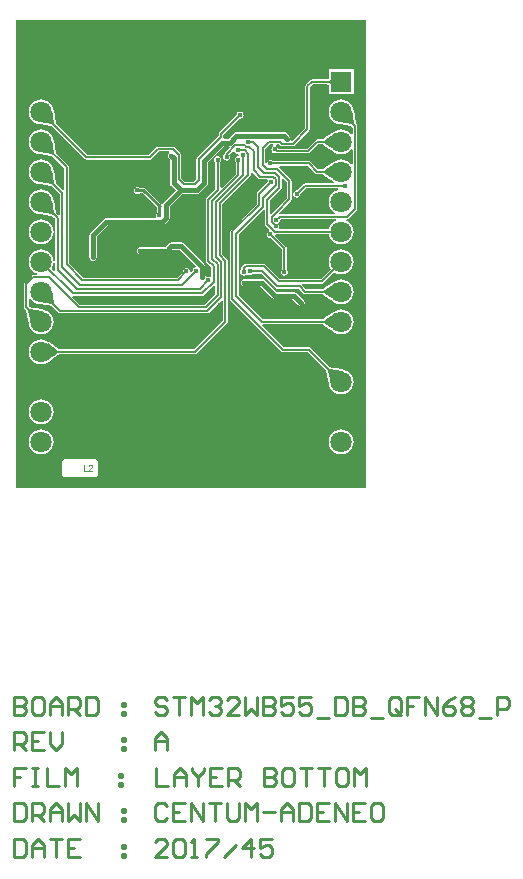
<source format=gbl>
G04 Layer_Physical_Order=2*
G04 Layer_Color=16711680*
%FSLAX44Y44*%
%MOMM*%
G71*
G01*
G75*
%ADD11R,1.2000X4.9000*%
%ADD24C,0.2500*%
%ADD25C,0.4000*%
%ADD26C,0.2000*%
%ADD32C,0.2540*%
%ADD33C,0.1020*%
%ADD34C,1.8000*%
%ADD35R,1.8000X1.8000*%
%ADD36C,0.4000*%
G36*
X297961Y2039D02*
X2039D01*
Y397961D01*
X297961D01*
Y2039D01*
D02*
G37*
%LPC*%
G36*
X210000Y178929D02*
X210000Y178929D01*
X195000D01*
X193829Y178696D01*
X192837Y178033D01*
X192174Y177041D01*
X191941Y175870D01*
X192174Y174699D01*
X192837Y173707D01*
X193829Y173044D01*
X195000Y172811D01*
X208733D01*
X218807Y162737D01*
X219799Y162074D01*
X220970Y161841D01*
X220970Y161841D01*
X235703D01*
X240837Y156707D01*
X241829Y156044D01*
X243000Y155811D01*
X244170Y156044D01*
X245163Y156707D01*
X245826Y157699D01*
X246059Y158870D01*
X245826Y160040D01*
X245163Y161033D01*
X239133Y167063D01*
X238141Y167726D01*
X236970Y167959D01*
X236970Y167959D01*
X222237D01*
X212163Y178033D01*
X211171Y178696D01*
X210000Y178929D01*
D02*
G37*
G36*
X277000Y204191D02*
X274259Y203830D01*
X271705Y202772D01*
X269511Y201089D01*
X267828Y198895D01*
X266770Y196341D01*
X266409Y193600D01*
X266770Y190859D01*
X267828Y188305D01*
X268259Y187743D01*
X259555Y179039D01*
X225245D01*
X212972Y191312D01*
X212310Y191754D01*
X211530Y191909D01*
X196270D01*
X195490Y191754D01*
X194828Y191312D01*
X194828Y191312D01*
X193058Y189542D01*
X192616Y188880D01*
X192461Y188100D01*
Y187146D01*
X192337Y187063D01*
X191674Y186070D01*
X191441Y184900D01*
X191674Y183729D01*
X192337Y182737D01*
X193330Y182074D01*
X194500Y181841D01*
X195671Y182074D01*
X196663Y182737D01*
X197537Y183437D01*
X198529Y182774D01*
X199700Y182541D01*
X200870Y182774D01*
X201863Y183437D01*
X201945Y183561D01*
X209327D01*
X221630Y171258D01*
X221630Y171258D01*
X222291Y170816D01*
X223072Y170661D01*
X241025D01*
X244928Y166758D01*
X244928Y166758D01*
X245590Y166316D01*
X246370Y166161D01*
X246370Y166161D01*
X261463D01*
X261508Y166052D01*
X261648Y165994D01*
X261731Y165866D01*
X270671Y159669D01*
X270948Y159609D01*
X271705Y159028D01*
X274259Y157970D01*
X277000Y157609D01*
X279741Y157970D01*
X282295Y159028D01*
X284489Y160711D01*
X286172Y162905D01*
X287230Y165459D01*
X287591Y168200D01*
X287230Y170941D01*
X286172Y173495D01*
X284489Y175689D01*
X282295Y177372D01*
X279741Y178430D01*
X277000Y178791D01*
X274259Y178430D01*
X271705Y177372D01*
X270931Y176778D01*
X270633Y176704D01*
X265265Y172756D01*
X262874Y171126D01*
X262446Y170869D01*
X262269Y170778D01*
X262203Y170759D01*
X262153Y170720D01*
X262132Y170708D01*
X262114Y170688D01*
X261884Y170504D01*
X261508Y170348D01*
X261463Y170239D01*
X247215D01*
X243763Y173691D01*
X244289Y174961D01*
X260400D01*
X261180Y175116D01*
X261842Y175558D01*
X271143Y184859D01*
X271705Y184428D01*
X274259Y183370D01*
X277000Y183009D01*
X279741Y183370D01*
X282295Y184428D01*
X284489Y186111D01*
X286172Y188305D01*
X287230Y190859D01*
X287591Y193600D01*
X287230Y196341D01*
X286172Y198895D01*
X284489Y201089D01*
X282295Y202772D01*
X279741Y203830D01*
X277000Y204191D01*
D02*
G37*
G36*
X23000Y229591D02*
X20259Y229230D01*
X17705Y228172D01*
X15511Y226489D01*
X13828Y224295D01*
X12770Y221741D01*
X12409Y219000D01*
X12770Y216259D01*
X13828Y213705D01*
X15511Y211511D01*
X17705Y209828D01*
X20259Y208770D01*
X23000Y208409D01*
X25741Y208770D01*
X28295Y209828D01*
X30489Y211511D01*
X32172Y213705D01*
X33230Y216259D01*
X33591Y219000D01*
X33230Y221741D01*
X32172Y224295D01*
X30489Y226489D01*
X28295Y228172D01*
X25741Y229230D01*
X23000Y229591D01*
D02*
G37*
G36*
Y77191D02*
X20259Y76830D01*
X17705Y75772D01*
X15511Y74089D01*
X13828Y71895D01*
X12770Y69341D01*
X12409Y66600D01*
X12770Y63859D01*
X13828Y61305D01*
X15511Y59111D01*
X17705Y57428D01*
X20259Y56370D01*
X23000Y56009D01*
X25741Y56370D01*
X28295Y57428D01*
X30489Y59111D01*
X32172Y61305D01*
X33230Y63859D01*
X33591Y66600D01*
X33230Y69341D01*
X32172Y71895D01*
X30489Y74089D01*
X28295Y75772D01*
X25741Y76830D01*
X23000Y77191D01*
D02*
G37*
G36*
X69302Y26453D02*
X42302D01*
X41154Y25978D01*
X40679Y24830D01*
Y12830D01*
X41154Y11682D01*
X42302Y11206D01*
X69302D01*
X70450Y11682D01*
X70926Y12830D01*
Y24830D01*
X70450Y25978D01*
X69302Y26453D01*
D02*
G37*
G36*
X23000Y51791D02*
X20259Y51430D01*
X17705Y50372D01*
X15511Y48689D01*
X13828Y46495D01*
X12770Y43941D01*
X12409Y41200D01*
X12770Y38459D01*
X13828Y35905D01*
X15511Y33711D01*
X17705Y32028D01*
X20259Y30970D01*
X23000Y30609D01*
X25741Y30970D01*
X28295Y32028D01*
X30489Y33711D01*
X32172Y35905D01*
X33230Y38459D01*
X33591Y41200D01*
X33230Y43941D01*
X32172Y46495D01*
X30489Y48689D01*
X28295Y50372D01*
X25741Y51430D01*
X23000Y51791D01*
D02*
G37*
G36*
X277000D02*
X274259Y51430D01*
X271705Y50372D01*
X269511Y48689D01*
X267828Y46495D01*
X266770Y43941D01*
X266409Y41200D01*
X266770Y38459D01*
X267828Y35905D01*
X269511Y33711D01*
X271705Y32028D01*
X274259Y30970D01*
X277000Y30609D01*
X279741Y30970D01*
X282295Y32028D01*
X284489Y33711D01*
X286172Y35905D01*
X287230Y38459D01*
X287591Y41200D01*
X287230Y43941D01*
X286172Y46495D01*
X284489Y48689D01*
X282295Y50372D01*
X279741Y51430D01*
X277000Y51791D01*
D02*
G37*
G36*
X287500Y356500D02*
X266500D01*
Y348517D01*
X266325Y348502D01*
X265988Y348493D01*
X265438Y348248D01*
X264883Y348018D01*
X264874Y347997D01*
X264853Y347988D01*
X264823Y347909D01*
X252170D01*
X251390Y347754D01*
X250728Y347312D01*
X250728Y347312D01*
X246858Y343442D01*
X246416Y342780D01*
X246261Y342000D01*
Y306555D01*
X235689Y295983D01*
X234759Y296061D01*
X233936Y297250D01*
X234059Y297870D01*
X233826Y299041D01*
X233163Y300033D01*
X233163Y300033D01*
X230808Y302388D01*
X229816Y303051D01*
X228645Y303284D01*
X228645Y303284D01*
X188225D01*
X188225Y303284D01*
X187054Y303051D01*
X186062Y302388D01*
X181233Y297559D01*
X178069D01*
X177775Y297878D01*
X177246Y298829D01*
X177339Y299300D01*
Y300947D01*
X191232Y314840D01*
X191378Y314811D01*
X192549Y315044D01*
X193541Y315707D01*
X194204Y316700D01*
X194437Y317870D01*
X194204Y319041D01*
X193541Y320033D01*
X192549Y320696D01*
X191378Y320929D01*
X190208Y320696D01*
X189215Y320033D01*
X188552Y319041D01*
X188319Y317870D01*
X188348Y317724D01*
X173858Y303234D01*
X173416Y302572D01*
X173261Y301792D01*
Y300145D01*
X155022Y281906D01*
X154580Y281244D01*
X154425Y280464D01*
Y263387D01*
X152577Y261539D01*
X144736D01*
X141439Y264836D01*
Y284186D01*
X141439Y284186D01*
X141284Y284966D01*
X140842Y285628D01*
X140842Y285628D01*
X136028Y290442D01*
X135366Y290884D01*
X134586Y291039D01*
X122100D01*
X121320Y290884D01*
X120658Y290442D01*
X114455Y284239D01*
X62245D01*
X35429Y311055D01*
X35474Y311164D01*
X35415Y311305D01*
X35448Y311454D01*
X33508Y322157D01*
X33354Y322396D01*
X33230Y323341D01*
X32172Y325895D01*
X30489Y328089D01*
X28295Y329772D01*
X25741Y330830D01*
X23000Y331191D01*
X20259Y330830D01*
X17705Y329772D01*
X15511Y328089D01*
X13828Y325895D01*
X12770Y323341D01*
X12409Y320600D01*
X12770Y317859D01*
X13828Y315305D01*
X15511Y313111D01*
X17705Y311428D01*
X20259Y310370D01*
X21226Y310243D01*
X21488Y310085D01*
X28076Y309081D01*
X30920Y308542D01*
X31404Y308422D01*
X31594Y308360D01*
X31654Y308327D01*
X31717Y308320D01*
X31740Y308313D01*
X31766Y308315D01*
X32059Y308282D01*
X32436Y308126D01*
X32545Y308171D01*
X59958Y280758D01*
X59958Y280758D01*
X60620Y280316D01*
X61400Y280161D01*
X61400Y280161D01*
X115300D01*
X116080Y280316D01*
X116742Y280758D01*
X122945Y286961D01*
X130893D01*
X131278Y285691D01*
X130937Y285463D01*
X130274Y284471D01*
X130041Y283300D01*
X130274Y282129D01*
X130937Y281137D01*
X132241Y279833D01*
Y260000D01*
X132241Y260000D01*
X132474Y258829D01*
X133137Y257837D01*
X136974Y254000D01*
X126578Y243604D01*
X125985Y242717D01*
X125791Y242589D01*
X124573Y242372D01*
X111222Y255722D01*
X110478Y256219D01*
X109600Y256394D01*
X106339D01*
X105542Y256926D01*
X104372Y257159D01*
X103202Y256926D01*
X102209Y256263D01*
X101546Y255271D01*
X101313Y254100D01*
X101546Y252929D01*
X102209Y251937D01*
X103202Y251274D01*
X104372Y251041D01*
X105542Y251274D01*
X106339Y251806D01*
X108650D01*
X120906Y239550D01*
Y235167D01*
X120374Y234370D01*
X120141Y233200D01*
X120374Y232029D01*
X120575Y231729D01*
X119896Y230459D01*
X78200D01*
X78200Y230459D01*
X77030Y230226D01*
X76037Y229563D01*
X76037Y229563D01*
X64837Y218363D01*
X64174Y217370D01*
X63941Y216200D01*
X63941Y216200D01*
Y197200D01*
X64174Y196029D01*
X64837Y195037D01*
X65830Y194374D01*
X67000Y194141D01*
X68170Y194374D01*
X69163Y195037D01*
X69826Y196029D01*
X70059Y197200D01*
Y214933D01*
X79467Y224341D01*
X125400D01*
X125400Y224341D01*
X126571Y224574D01*
X127563Y225237D01*
X130904Y228578D01*
X130904Y228578D01*
X131567Y229571D01*
X131800Y230741D01*
Y240174D01*
X142567Y250941D01*
X154918D01*
X154918Y250941D01*
X156089Y251174D01*
X157081Y251837D01*
X163463Y258219D01*
X164126Y259211D01*
X164359Y260382D01*
Y278033D01*
X177767Y291441D01*
X182086D01*
X182637Y290358D01*
X182655Y290214D01*
X178765Y286324D01*
X178323Y285662D01*
X178168Y284882D01*
Y284508D01*
X178044Y284426D01*
X177381Y283433D01*
X177148Y282263D01*
X177381Y281092D01*
X178044Y280100D01*
X179036Y279437D01*
X180207Y279204D01*
X181378Y279437D01*
X182370Y280100D01*
X183033Y281092D01*
X183266Y282263D01*
X183033Y283433D01*
X182476Y284267D01*
X185489Y287281D01*
X186867Y286863D01*
X186874Y286829D01*
X187537Y285837D01*
X188529Y285174D01*
X189700Y284941D01*
X190129Y283732D01*
X190034Y283066D01*
X189790Y282922D01*
X188800Y282725D01*
X187808Y282062D01*
X187145Y281070D01*
X186912Y279899D01*
X187145Y278729D01*
X187808Y277737D01*
X187931Y277654D01*
Y268100D01*
X175812Y255982D01*
X174639Y256468D01*
Y277854D01*
X174763Y277937D01*
X175426Y278930D01*
X175659Y280100D01*
X175426Y281271D01*
X174763Y282263D01*
X173771Y282926D01*
X172600Y283159D01*
X171430Y282926D01*
X170437Y282263D01*
X169774Y281271D01*
X169541Y280100D01*
X169774Y278930D01*
X170437Y277937D01*
X170561Y277854D01*
Y255445D01*
X162858Y247742D01*
X162416Y247080D01*
X162261Y246300D01*
Y194588D01*
X162416Y193808D01*
X162858Y193146D01*
X167061Y188943D01*
Y181091D01*
X165791Y180412D01*
X165471Y180626D01*
X164300Y180859D01*
X163399Y180679D01*
X163274Y180702D01*
X162560Y181141D01*
X162159Y181505D01*
Y189400D01*
X162159Y189400D01*
X161926Y190571D01*
X161263Y191563D01*
X161263Y191563D01*
X143763Y209063D01*
X142771Y209726D01*
X141600Y209959D01*
X141600Y209959D01*
X133050D01*
X131880Y209726D01*
X130887Y209063D01*
X130887Y209063D01*
X127983Y206158D01*
X106990D01*
X105820Y205926D01*
X104827Y205263D01*
X104164Y204270D01*
X103931Y203100D01*
X104164Y201929D01*
X104827Y200937D01*
X105820Y200274D01*
X106990Y200041D01*
X129250D01*
X129250Y200041D01*
X130421Y200274D01*
X131413Y200937D01*
X134317Y203841D01*
X140333D01*
X154051Y190123D01*
X154049Y190046D01*
X153551Y188827D01*
X152840Y188686D01*
X151847Y188023D01*
X151184Y187030D01*
X150966Y185933D01*
X150184Y185290D01*
X149000Y185796D01*
X148826Y186670D01*
X148163Y187663D01*
X147170Y188326D01*
X146000Y188559D01*
X144830Y188326D01*
X143837Y187663D01*
X143174Y186670D01*
X142941Y185500D01*
X142987Y185271D01*
X137745Y180028D01*
X58729D01*
X46539Y192219D01*
Y273700D01*
X46539Y273700D01*
X46384Y274480D01*
X45942Y275142D01*
X35429Y285655D01*
X35474Y285764D01*
X35415Y285905D01*
X35448Y286054D01*
X33508Y296757D01*
X33354Y296996D01*
X33230Y297941D01*
X32172Y300495D01*
X30489Y302689D01*
X28295Y304372D01*
X25741Y305430D01*
X23000Y305791D01*
X20259Y305430D01*
X17705Y304372D01*
X15511Y302689D01*
X13828Y300495D01*
X12770Y297941D01*
X12409Y295200D01*
X12770Y292459D01*
X13828Y289905D01*
X15511Y287711D01*
X17705Y286028D01*
X20259Y284970D01*
X21226Y284843D01*
X21488Y284685D01*
X28076Y283681D01*
X30920Y283142D01*
X31404Y283022D01*
X31594Y282960D01*
X31654Y282927D01*
X31717Y282920D01*
X31740Y282913D01*
X31766Y282915D01*
X32059Y282882D01*
X32436Y282726D01*
X32545Y282771D01*
X42461Y272855D01*
Y255019D01*
X41191Y254493D01*
X35429Y260255D01*
X35474Y260364D01*
X35415Y260505D01*
X35448Y260654D01*
X33508Y271357D01*
X33354Y271595D01*
X33230Y272541D01*
X32172Y275095D01*
X30489Y277289D01*
X28295Y278972D01*
X25741Y280030D01*
X23000Y280391D01*
X20259Y280030D01*
X17705Y278972D01*
X15511Y277289D01*
X13828Y275095D01*
X12770Y272541D01*
X12409Y269800D01*
X12770Y267059D01*
X13828Y264505D01*
X15511Y262311D01*
X17705Y260628D01*
X20259Y259570D01*
X21226Y259443D01*
X21488Y259285D01*
X28076Y258281D01*
X30920Y257742D01*
X31404Y257622D01*
X31594Y257560D01*
X31654Y257527D01*
X31717Y257520D01*
X31740Y257513D01*
X31766Y257515D01*
X32059Y257482D01*
X32436Y257326D01*
X32545Y257371D01*
X38761Y251155D01*
Y233319D01*
X37491Y232793D01*
X35429Y234855D01*
X35474Y234964D01*
X35415Y235105D01*
X35448Y235254D01*
X33508Y245957D01*
X33354Y246196D01*
X33230Y247141D01*
X32172Y249695D01*
X30489Y251889D01*
X28295Y253572D01*
X25741Y254630D01*
X23000Y254991D01*
X20259Y254630D01*
X17705Y253572D01*
X15511Y251889D01*
X13828Y249695D01*
X12770Y247141D01*
X12409Y244400D01*
X12770Y241659D01*
X13828Y239105D01*
X15511Y236911D01*
X17705Y235228D01*
X20259Y234170D01*
X21226Y234043D01*
X21488Y233885D01*
X28076Y232881D01*
X30920Y232342D01*
X31404Y232222D01*
X31594Y232160D01*
X31654Y232127D01*
X31717Y232120D01*
X31740Y232113D01*
X31766Y232115D01*
X32059Y232082D01*
X32436Y231926D01*
X32545Y231971D01*
X35055Y229462D01*
Y186506D01*
X35124Y186156D01*
X33954Y185530D01*
X31741Y187743D01*
X32172Y188305D01*
X33230Y190859D01*
X33591Y193600D01*
X33230Y196341D01*
X32172Y198895D01*
X30489Y201089D01*
X28295Y202772D01*
X25741Y203830D01*
X23000Y204191D01*
X20259Y203830D01*
X17705Y202772D01*
X15511Y201089D01*
X13828Y198895D01*
X12770Y196341D01*
X12409Y193600D01*
X12770Y190859D01*
X13828Y188305D01*
X15511Y186111D01*
X17705Y184428D01*
X19441Y183709D01*
X19188Y182439D01*
X16300D01*
X16300Y182439D01*
X15520Y182284D01*
X14858Y181842D01*
X14858Y181842D01*
X8958Y175942D01*
X8516Y175280D01*
X8361Y174500D01*
Y155400D01*
X8516Y154620D01*
X8958Y153958D01*
X10572Y152345D01*
X10526Y152236D01*
X10585Y152095D01*
X10552Y151946D01*
X12492Y141243D01*
X12646Y141004D01*
X12770Y140059D01*
X13828Y137505D01*
X15511Y135311D01*
X17705Y133628D01*
X20259Y132570D01*
X23000Y132209D01*
X25741Y132570D01*
X28295Y133628D01*
X30489Y135311D01*
X32172Y137505D01*
X33230Y140059D01*
X33591Y142800D01*
X33230Y145541D01*
X32172Y148095D01*
X30489Y150289D01*
X28295Y151972D01*
X25741Y153030D01*
X24774Y153157D01*
X24512Y153315D01*
X17924Y154319D01*
X15080Y154858D01*
X14596Y154978D01*
X14406Y155040D01*
X14346Y155073D01*
X14283Y155080D01*
X14260Y155087D01*
X14234Y155085D01*
X13941Y155118D01*
X13564Y155274D01*
X13455Y155229D01*
X12439Y156245D01*
Y162940D01*
X13709Y163192D01*
X13828Y162905D01*
X15511Y160711D01*
X17705Y159028D01*
X20259Y157970D01*
X21226Y157843D01*
X21488Y157685D01*
X28076Y156681D01*
X30920Y156142D01*
X31404Y156022D01*
X31594Y155960D01*
X31654Y155927D01*
X31717Y155920D01*
X31740Y155913D01*
X31766Y155915D01*
X32059Y155882D01*
X32436Y155726D01*
X32545Y155771D01*
X37898Y150418D01*
X38560Y149976D01*
X39340Y149820D01*
X163760D01*
X164540Y149976D01*
X165202Y150418D01*
X175788Y161004D01*
X176961Y160518D01*
Y143715D01*
X152555Y119309D01*
X38559D01*
X38523Y119401D01*
X38378Y119463D01*
X38294Y119596D01*
X29406Y125874D01*
X29121Y125938D01*
X28295Y126572D01*
X25741Y127630D01*
X23000Y127991D01*
X20259Y127630D01*
X17705Y126572D01*
X15511Y124889D01*
X13828Y122695D01*
X12770Y120141D01*
X12409Y117400D01*
X12770Y114659D01*
X13828Y112105D01*
X15511Y109911D01*
X17705Y108228D01*
X20259Y107170D01*
X23000Y106809D01*
X25741Y107170D01*
X28295Y108228D01*
X29002Y108770D01*
X29290Y108838D01*
X34687Y112735D01*
X37094Y114345D01*
X37524Y114598D01*
X37706Y114689D01*
X37774Y114709D01*
X37825Y114749D01*
X37841Y114757D01*
X37854Y114772D01*
X38088Y114958D01*
X38460Y115105D01*
X38514Y115231D01*
X153400D01*
X154180Y115386D01*
X154842Y115828D01*
X180442Y141428D01*
X180884Y142090D01*
X181039Y142870D01*
Y194550D01*
X180884Y195330D01*
X180442Y195992D01*
X180442Y195992D01*
X176239Y200195D01*
Y242155D01*
X199942Y265858D01*
X200384Y266520D01*
X200539Y267300D01*
Y268810D01*
X201809Y269307D01*
X207058Y264058D01*
X207058Y264058D01*
X207720Y263616D01*
X208500Y263461D01*
X214076D01*
X214754Y262191D01*
X214674Y262071D01*
X214441Y260900D01*
X214470Y260754D01*
X205958Y252242D01*
X205516Y251580D01*
X205361Y250800D01*
Y242445D01*
X183568Y220652D01*
X183126Y219991D01*
X182971Y219210D01*
Y161860D01*
X183126Y161079D01*
X183568Y160418D01*
X226128Y117858D01*
X226790Y117416D01*
X227570Y117261D01*
X227570Y117261D01*
X248725D01*
X264518Y101468D01*
X264469Y101347D01*
X264527Y101210D01*
X264497Y101064D01*
X266502Y90377D01*
X266654Y90144D01*
X266770Y89259D01*
X267828Y86705D01*
X269511Y84511D01*
X271705Y82828D01*
X274259Y81770D01*
X277000Y81409D01*
X279741Y81770D01*
X282295Y82828D01*
X284489Y84511D01*
X286172Y86705D01*
X287230Y89259D01*
X287591Y92000D01*
X287230Y94741D01*
X286172Y97295D01*
X284489Y99489D01*
X282295Y101172D01*
X279741Y102230D01*
X278713Y102365D01*
X278445Y102525D01*
X271847Y103487D01*
X268999Y104008D01*
X268515Y104126D01*
X268328Y104186D01*
X268269Y104217D01*
X268207Y104224D01*
X268180Y104233D01*
X268149Y104230D01*
X267859Y104261D01*
X267476Y104415D01*
X267379Y104374D01*
X251012Y120742D01*
X250350Y121184D01*
X249570Y121339D01*
X228415D01*
X210393Y139361D01*
X210919Y140631D01*
X261486D01*
X261540Y140505D01*
X261677Y140451D01*
X261758Y140328D01*
X270748Y134212D01*
X271016Y134157D01*
X271705Y133628D01*
X274259Y132570D01*
X277000Y132209D01*
X279741Y132570D01*
X282295Y133628D01*
X284489Y135311D01*
X286172Y137505D01*
X287230Y140059D01*
X287591Y142800D01*
X287230Y145541D01*
X286172Y148095D01*
X284489Y150289D01*
X282295Y151972D01*
X279741Y153030D01*
X277000Y153391D01*
X274259Y153030D01*
X271705Y151972D01*
X270861Y151325D01*
X270557Y151247D01*
X265220Y147247D01*
X262842Y145595D01*
X262418Y145336D01*
X262244Y145245D01*
X262181Y145227D01*
X262133Y145188D01*
X262106Y145174D01*
X262085Y145149D01*
X261859Y144966D01*
X261478Y144801D01*
X261441Y144709D01*
X210575D01*
X190139Y165145D01*
Y216655D01*
X211152Y237668D01*
X212422Y237142D01*
Y225239D01*
X212577Y224458D01*
X213019Y223797D01*
X215972Y220844D01*
X215620Y219400D01*
X215007Y218991D01*
X214344Y217998D01*
X214111Y216828D01*
X214344Y215657D01*
X215007Y214665D01*
X216000Y214002D01*
X217170Y213769D01*
X217316Y213798D01*
X226961Y204153D01*
Y187115D01*
X226837Y187033D01*
X226174Y186040D01*
X225941Y184870D01*
X226174Y183699D01*
X226837Y182707D01*
X227829Y182044D01*
X229000Y181811D01*
X230170Y182044D01*
X231163Y182707D01*
X231826Y183699D01*
X232059Y184870D01*
X231826Y186040D01*
X231163Y187033D01*
X231039Y187115D01*
Y204998D01*
X230884Y205778D01*
X230442Y206440D01*
X221321Y215561D01*
X221847Y216831D01*
X266695D01*
X266770Y216259D01*
X267828Y213705D01*
X269511Y211511D01*
X271705Y209828D01*
X274259Y208770D01*
X277000Y208409D01*
X279741Y208770D01*
X282295Y209828D01*
X284489Y211511D01*
X286172Y213705D01*
X287230Y216259D01*
X287591Y219000D01*
X287230Y221741D01*
X286172Y224295D01*
X284489Y226489D01*
X282295Y228172D01*
X281356Y228561D01*
X281609Y229831D01*
X281970D01*
X282750Y229986D01*
X283412Y230428D01*
X290142Y237158D01*
X290142Y237158D01*
X290584Y237820D01*
X290739Y238600D01*
Y308900D01*
X290584Y309680D01*
X290142Y310342D01*
X289429Y311055D01*
X289474Y311164D01*
X289415Y311305D01*
X289448Y311454D01*
X287508Y322157D01*
X287354Y322396D01*
X287230Y323341D01*
X286172Y325895D01*
X284489Y328089D01*
X282295Y329772D01*
X279741Y330830D01*
X277000Y331191D01*
X274259Y330830D01*
X271705Y329772D01*
X269511Y328089D01*
X267828Y325895D01*
X266770Y323341D01*
X266409Y320600D01*
X266770Y317859D01*
X267828Y315305D01*
X269511Y313111D01*
X271705Y311428D01*
X274259Y310370D01*
X275226Y310243D01*
X275488Y310085D01*
X282076Y309081D01*
X284920Y308542D01*
X285404Y308422D01*
X285594Y308360D01*
X285654Y308327D01*
X285717Y308320D01*
X285740Y308313D01*
X286544Y307563D01*
X286661Y306953D01*
Y301944D01*
X285391Y301513D01*
X284489Y302689D01*
X282295Y304372D01*
X279741Y305430D01*
X277000Y305791D01*
X274259Y305430D01*
X271705Y304372D01*
X270861Y303725D01*
X270557Y303647D01*
X265220Y299647D01*
X262842Y297995D01*
X262418Y297736D01*
X262244Y297645D01*
X262181Y297627D01*
X262133Y297588D01*
X262106Y297574D01*
X262085Y297549D01*
X261859Y297366D01*
X261478Y297201D01*
X261441Y297109D01*
X257000D01*
X257000Y297109D01*
X256220Y296954D01*
X255558Y296512D01*
X255558Y296512D01*
X248513Y289467D01*
X223846D01*
X223726Y290070D01*
X223063Y291063D01*
X222123Y291691D01*
X222105Y291786D01*
X222461Y292961D01*
X224359D01*
X225261Y292058D01*
X225261Y292058D01*
X225923Y291616D01*
X226703Y291461D01*
X236090D01*
X236870Y291616D01*
X237532Y292058D01*
X249742Y304268D01*
X250184Y304930D01*
X250339Y305710D01*
Y341155D01*
X253015Y343831D01*
X264823D01*
X264853Y343752D01*
X264874Y343743D01*
X264883Y343722D01*
X265438Y343492D01*
X265988Y343247D01*
X266325Y343238D01*
X266500Y343223D01*
Y335500D01*
X287500D01*
Y356500D01*
D02*
G37*
%LPD*%
G36*
X271595Y161003D02*
X262656Y167200D01*
Y169200D01*
X262869Y169262D01*
X263234Y169448D01*
X263749Y169758D01*
X266204Y171431D01*
X271595Y175397D01*
Y161003D01*
D02*
G37*
G36*
X271661Y135555D02*
X262671Y141670D01*
X262642Y143670D01*
X262854Y143733D01*
X263217Y143921D01*
X263730Y144235D01*
X266171Y145930D01*
X271531Y149948D01*
X271661Y135555D01*
D02*
G37*
G36*
X37358Y118270D02*
X37329Y116270D01*
X37114Y116209D01*
X36748Y116025D01*
X36229Y115720D01*
X33761Y114069D01*
X28339Y110155D01*
X28469Y124548D01*
X37358Y118270D01*
D02*
G37*
G36*
X261540Y292905D02*
X261677Y292851D01*
X261758Y292728D01*
X270748Y286612D01*
X271016Y286557D01*
X271705Y286028D01*
X274259Y284970D01*
X277000Y284609D01*
X279741Y284970D01*
X282295Y286028D01*
X284489Y287711D01*
X285391Y288887D01*
X286661Y288456D01*
Y276544D01*
X285391Y276113D01*
X284489Y277289D01*
X282295Y278972D01*
X279741Y280030D01*
X277000Y280391D01*
X274259Y280030D01*
X271705Y278972D01*
X270861Y278325D01*
X270557Y278247D01*
X265220Y274247D01*
X262842Y272595D01*
X262418Y272336D01*
X262244Y272245D01*
X262181Y272227D01*
X262133Y272188D01*
X262106Y272174D01*
X262085Y272149D01*
X261859Y271966D01*
X261478Y271801D01*
X261441Y271709D01*
X257845D01*
X251252Y278302D01*
X250591Y278744D01*
X249810Y278899D01*
X219256D01*
X219173Y279023D01*
X218181Y279686D01*
X217010Y279918D01*
X215840Y279686D01*
X214847Y279023D01*
X214184Y278030D01*
X214009Y277150D01*
X212739Y277275D01*
Y288655D01*
X217045Y292961D01*
X219338D01*
X219695Y291786D01*
X219677Y291691D01*
X218737Y291063D01*
X218074Y290070D01*
X217841Y288900D01*
X218074Y287729D01*
X218737Y286737D01*
X219729Y286074D01*
X220900Y285841D01*
X221090Y285879D01*
X221592Y285544D01*
X222372Y285389D01*
X222372Y285389D01*
X249358D01*
X250138Y285544D01*
X250800Y285986D01*
X257845Y293031D01*
X261486D01*
X261540Y292905D01*
D02*
G37*
G36*
X13759Y153543D02*
X14148Y153417D01*
X14732Y153271D01*
X17651Y152718D01*
X24267Y151710D01*
X14090Y141533D01*
X12150Y152236D01*
X13564Y153650D01*
X13759Y153543D01*
D02*
G37*
G36*
X267687Y102686D02*
X268076Y102562D01*
X268661Y102420D01*
X271583Y101885D01*
X278210Y100918D01*
X268098Y90676D01*
X266093Y101363D01*
X267492Y102792D01*
X267687Y102686D01*
D02*
G37*
G36*
X287850Y311164D02*
X286436Y309750D01*
X286241Y309857D01*
X285852Y309983D01*
X285268Y310129D01*
X282349Y310682D01*
X275733Y311690D01*
X285910Y321867D01*
X287850Y311164D01*
D02*
G37*
G36*
X268061Y343870D02*
X268041Y344060D01*
X267980Y344230D01*
X267878Y344380D01*
X267736Y344510D01*
X267553Y344620D01*
X267330Y344710D01*
X267066Y344780D01*
X266761Y344830D01*
X266416Y344860D01*
X266031Y344870D01*
Y346870D01*
X266416Y346880D01*
X266761Y346910D01*
X267066Y346960D01*
X267330Y347030D01*
X267553Y347120D01*
X267736Y347230D01*
X267878Y347360D01*
X267980Y347510D01*
X268041Y347680D01*
X268061Y347870D01*
Y343870D01*
D02*
G37*
G36*
X271661Y287955D02*
X262671Y294070D01*
X262642Y296070D01*
X262854Y296133D01*
X263217Y296321D01*
X263730Y296635D01*
X266171Y298330D01*
X271531Y302348D01*
X271661Y287955D01*
D02*
G37*
G36*
X33850Y311164D02*
X32436Y309750D01*
X32241Y309857D01*
X31852Y309983D01*
X31268Y310129D01*
X28349Y310682D01*
X21733Y311690D01*
X31910Y321867D01*
X33850Y311164D01*
D02*
G37*
G36*
Y234964D02*
X32436Y233550D01*
X32241Y233657D01*
X31852Y233783D01*
X31268Y233929D01*
X28349Y234482D01*
X21733Y235490D01*
X31910Y245667D01*
X33850Y234964D01*
D02*
G37*
G36*
X272644Y228561D02*
X271705Y228172D01*
X269511Y226489D01*
X267828Y224295D01*
X266770Y221741D01*
X266661Y220909D01*
X224971D01*
X224292Y222179D01*
X224526Y222530D01*
X224759Y223700D01*
X224526Y224870D01*
X223863Y225863D01*
Y226570D01*
X224263Y226837D01*
X224926Y227829D01*
X225159Y229000D01*
X226083Y229831D01*
X272391D01*
X272644Y228561D01*
D02*
G37*
G36*
X230971Y261245D02*
Y247248D01*
X221334Y237610D01*
X221126Y237472D01*
X221126Y237472D01*
X217771Y234116D01*
X216500Y234642D01*
Y245217D01*
X226232Y254948D01*
X226232Y254948D01*
X226674Y255610D01*
X226829Y256390D01*
X226829Y256390D01*
Y263591D01*
X228099Y264117D01*
X230971Y261245D01*
D02*
G37*
G36*
X255558Y268228D02*
X255558Y268228D01*
X256220Y267786D01*
X257000Y267631D01*
X261486D01*
X261540Y267505D01*
X261677Y267451D01*
X261758Y267328D01*
X270748Y261212D01*
X270829Y261066D01*
X270281Y259909D01*
X246370D01*
X246370Y259909D01*
X245590Y259754D01*
X244928Y259312D01*
X239546Y253930D01*
X239400Y253959D01*
X238230Y253726D01*
X237237Y253063D01*
X236574Y252071D01*
X236341Y250900D01*
X236574Y249729D01*
X237237Y248737D01*
X238230Y248074D01*
X239400Y247841D01*
X240571Y248074D01*
X241563Y248737D01*
X242226Y249729D01*
X242459Y250900D01*
X242430Y251046D01*
X247215Y255831D01*
X273993D01*
X274259Y254630D01*
X271705Y253572D01*
X269511Y251889D01*
X267828Y249695D01*
X266770Y247141D01*
X266409Y244400D01*
X266770Y241659D01*
X267828Y239105D01*
X269511Y236911D01*
X271705Y235228D01*
X271823Y235179D01*
X271571Y233909D01*
X225196D01*
X224819Y234450D01*
X224627Y235136D01*
X234452Y244961D01*
X234452Y244961D01*
X234894Y245623D01*
X235049Y246403D01*
X235049Y246404D01*
Y262090D01*
X235049Y262090D01*
X234894Y262870D01*
X234452Y263532D01*
X224433Y273550D01*
X224453Y273828D01*
X224851Y274820D01*
X248966D01*
X255558Y268228D01*
D02*
G37*
G36*
X33850Y260364D02*
X32436Y258950D01*
X32241Y259057D01*
X31852Y259183D01*
X31268Y259329D01*
X28349Y259882D01*
X21733Y260890D01*
X31910Y271067D01*
X33850Y260364D01*
D02*
G37*
G36*
Y158764D02*
X32436Y157350D01*
X32241Y157457D01*
X31852Y157583D01*
X31268Y157729D01*
X28349Y158282D01*
X21733Y159290D01*
X31910Y169467D01*
X33850Y158764D01*
D02*
G37*
G36*
X170361Y173210D02*
Y165945D01*
X161649Y157233D01*
X55551D01*
X49240Y163544D01*
X49821Y164677D01*
X49861Y164719D01*
X159365D01*
X160146Y164874D01*
X160807Y165316D01*
X169188Y173696D01*
X170361Y173210D01*
D02*
G37*
G36*
X271661Y262555D02*
X262671Y268670D01*
X262642Y270670D01*
X262854Y270733D01*
X263217Y270921D01*
X263730Y271235D01*
X266171Y272930D01*
X271531Y276948D01*
X271661Y262555D01*
D02*
G37*
G36*
X33850Y285764D02*
X32436Y284350D01*
X32241Y284457D01*
X31852Y284583D01*
X31268Y284729D01*
X28349Y285282D01*
X21733Y286290D01*
X31910Y296467D01*
X33850Y285764D01*
D02*
G37*
D11*
X192500Y373380D02*
D03*
X107500D02*
D03*
D24*
X109600Y254100D02*
X123300Y240400D01*
X104372Y254100D02*
X109600D01*
X123200Y233200D02*
Y240300D01*
X123300Y240400D01*
D25*
X141600Y206900D02*
X159100Y189400D01*
Y180900D02*
Y189400D01*
X133050Y206900D02*
X141600D01*
X129250Y203100D02*
X133050Y206900D01*
X125400Y227400D02*
X128741Y230741D01*
X78200Y227400D02*
X125400D01*
X67000Y216200D02*
X78200Y227400D01*
X176500Y294500D02*
X182500D01*
X161300Y279300D02*
X176500Y294500D01*
X161300Y260382D02*
Y279300D01*
X182500Y294500D02*
X188225Y300225D01*
X228645D01*
X67000Y197200D02*
Y216200D01*
X106990Y203100D02*
X129250D01*
X154918Y254000D02*
X161300Y260382D01*
X236970Y164900D02*
X243000Y158870D01*
X220970Y164900D02*
X236970D01*
X210031Y175839D02*
X220970Y164900D01*
X228645Y300225D02*
X231000Y297870D01*
X210000Y175870D02*
X210031Y175839D01*
X195000Y175870D02*
X210000D01*
X133100Y283300D02*
X135300Y281100D01*
Y260000D02*
Y281100D01*
Y260000D02*
X141300Y254000D01*
X128741Y230741D02*
Y241441D01*
X141300Y254000D01*
X154918D01*
D26*
X175300Y301792D02*
X191378Y317870D01*
X222100Y229000D02*
X224970Y231870D01*
X218100Y227300D02*
X221700Y223700D01*
X218100Y227300D02*
Y231562D01*
X214461Y225239D02*
X220830Y218870D01*
X214461Y225239D02*
Y246061D01*
X224970Y231870D02*
X281970D01*
X218100Y231562D02*
X222568Y236030D01*
X241870Y172700D02*
X246370Y168200D01*
X223072Y172700D02*
X241870D01*
X210172Y185600D02*
X223072Y172700D01*
X260400Y177000D02*
X277000Y193600D01*
X224400Y177000D02*
X260400D01*
X211530Y189870D02*
X224400Y177000D01*
X194500Y184900D02*
Y188100D01*
X196270Y189870D01*
X211530D01*
X199700Y185600D02*
X210172D01*
X233010Y246403D02*
Y262090D01*
X222927Y272174D02*
X233010Y262090D01*
X214226Y272174D02*
X222927D01*
X224790Y256390D02*
Y265210D01*
X221190Y268810D02*
X224790Y265210D01*
X211690Y268810D02*
X221190D01*
X221510Y258510D02*
Y263590D01*
X210600Y247600D02*
X221510Y258510D01*
X210600Y240000D02*
Y247600D01*
X214461Y246061D02*
X224790Y256390D01*
X188100Y217500D02*
X210600Y240000D01*
X207400Y250800D02*
X217500Y260900D01*
X207400Y241600D02*
Y250800D01*
X185010Y219210D02*
X207400Y241600D01*
X219600Y265500D02*
X221510Y263590D01*
X208500Y265500D02*
X219600D01*
X202900Y271100D02*
X208500Y265500D01*
X206800Y273700D02*
X211690Y268810D01*
X210700Y275700D02*
X214226Y272174D01*
X206800Y273700D02*
Y290990D01*
X210700Y275700D02*
Y289500D01*
X175600Y163700D02*
Y193300D01*
X163760Y151860D02*
X175600Y163700D01*
X39340Y151860D02*
X163760D01*
X159365Y166758D02*
X169100Y176493D01*
X49842Y166758D02*
X159365D01*
X23000Y193600D02*
X49842Y166758D01*
X157100Y170600D02*
X164300Y177800D01*
X53000Y170600D02*
X157100D01*
X37094Y186506D02*
X53000Y170600D01*
X164300Y194588D02*
X169100Y189788D01*
Y176493D02*
Y189788D01*
X167800Y196074D02*
X172400Y191474D01*
Y165100D02*
Y191474D01*
X162494Y155194D02*
X172400Y165100D01*
X171058Y197842D02*
X175600Y193300D01*
X174200Y199350D02*
X179000Y194550D01*
Y142870D02*
Y194550D01*
X153400Y117270D02*
X179000Y142870D01*
X146000Y185400D02*
Y185500D01*
X138589Y177989D02*
X146000Y185400D01*
X57885Y177989D02*
X138589D01*
X164300Y246300D02*
X172600Y254600D01*
X175300Y299300D02*
Y301792D01*
X156464Y280464D02*
X175300Y299300D01*
X156464Y262542D02*
Y280464D01*
X172600Y254600D02*
Y280100D01*
X180207Y284882D02*
X187383Y292058D01*
X180207Y282263D02*
Y284882D01*
X189970Y267335D02*
Y279899D01*
Y267335D02*
X190010Y267295D01*
X194010Y267053D02*
Y283637D01*
X194000Y283647D02*
X194010Y283637D01*
X189700Y288000D02*
X195678D01*
X198500Y267300D02*
Y285178D01*
X196343Y291000D02*
X199400D01*
X195285Y292058D02*
X196343Y291000D01*
X187383Y292058D02*
X195285D01*
X198000Y295000D02*
X202790D01*
X195678Y288000D02*
X198500Y285178D01*
X174200Y243000D02*
X198500Y267300D01*
X199400Y291000D02*
X202900Y287500D01*
X202790Y295000D02*
X206800Y290990D01*
X194010Y267053D02*
X194010Y267053D01*
X171058Y244101D02*
X194010Y267053D01*
X202900Y271100D02*
Y287500D01*
X190010Y267295D02*
X190010Y267295D01*
X167800Y245085D02*
X190010Y267295D01*
X167800Y196074D02*
Y245085D01*
X171058Y197842D02*
Y244101D01*
X174200Y199350D02*
Y243000D01*
X246370Y257870D02*
X280000D01*
X239400Y250900D02*
X246370Y257870D01*
X222637Y236030D02*
X233010Y246403D01*
X222568Y236030D02*
X222637D01*
X222372Y287428D02*
X249358D01*
X220900Y288900D02*
X222372Y287428D01*
X54706Y155194D02*
X162494D01*
X164300Y194588D02*
Y246300D01*
X188100Y164300D02*
X209730Y142670D01*
X188100Y164300D02*
Y217500D01*
X185010Y161860D02*
Y219210D01*
X29500Y180400D02*
X54706Y155194D01*
X16300Y180400D02*
X29500D01*
X37094Y186506D02*
Y230306D01*
X55510Y174200D02*
X142351D01*
X40800Y188910D02*
X55510Y174200D01*
X40800Y188910D02*
Y252000D01*
X142351Y174200D02*
X154010Y185860D01*
X23000Y295200D02*
X44500Y273700D01*
Y191374D02*
Y273700D01*
Y191374D02*
X57885Y177989D01*
X23000Y269800D02*
X40800Y252000D01*
X23000Y244400D02*
X37094Y230306D01*
X10400Y174500D02*
X16300Y180400D01*
X23000Y168200D02*
X39340Y151860D01*
X153422Y259500D02*
X156464Y262542D01*
X143891Y259500D02*
X153422D01*
X115300Y282200D02*
X122100Y289000D01*
X248300Y305710D02*
Y342000D01*
X236090Y293500D02*
X248300Y305710D01*
X226703Y293500D02*
X236090D01*
X225203Y295000D02*
X226703Y293500D01*
X249358Y287428D02*
X257000Y295070D01*
X216200Y295000D02*
X225203D01*
X210700Y289500D02*
X216200Y295000D01*
X10400Y155400D02*
Y174500D01*
Y155400D02*
X23000Y142800D01*
X277000Y320600D02*
X288700Y308900D01*
Y238600D02*
Y308900D01*
X281970Y231870D02*
X288700Y238600D01*
X246370Y168200D02*
X269870D01*
X270000Y168070D01*
X269870Y168200D02*
X270000D01*
X248300Y342000D02*
X252170Y345870D01*
X229000Y184870D02*
Y204998D01*
X217170Y216828D02*
X229000Y204998D01*
X217010Y276860D02*
X249810D01*
X257000Y269670D01*
X30100Y117270D02*
X153400D01*
X30000Y117370D02*
X30100Y117270D01*
X185010Y161860D02*
X227570Y119300D01*
X249570D01*
X23000Y320600D02*
X61400Y282200D01*
X115300D01*
X122100Y289000D02*
X134586D01*
X139400Y263991D02*
X143891Y259500D01*
X139400Y263991D02*
Y284186D01*
X134586Y289000D02*
X139400Y284186D01*
X26435Y146235D02*
X30000Y142670D01*
X257000Y269670D02*
X277000D01*
X220830Y218870D02*
X277000D01*
X209730Y142670D02*
X277000D01*
X257000Y295070D02*
X277000D01*
X249570Y119300D02*
X277000Y91870D01*
X252170Y345870D02*
X277000D01*
D32*
X120000Y-234765D02*
Y-250000D01*
X130157D01*
X135235D02*
Y-239843D01*
X140313Y-234765D01*
X145392Y-239843D01*
Y-250000D01*
Y-242383D01*
X135235D01*
X150470Y-234765D02*
Y-237304D01*
X155548Y-242383D01*
X160627Y-237304D01*
Y-234765D01*
X155548Y-242383D02*
Y-250000D01*
X175862Y-234765D02*
X165705D01*
Y-250000D01*
X175862D01*
X165705Y-242383D02*
X170784D01*
X180940Y-250000D02*
Y-234765D01*
X188558D01*
X191097Y-237304D01*
Y-242383D01*
X188558Y-244922D01*
X180940D01*
X186019D02*
X191097Y-250000D01*
X211410Y-234765D02*
Y-250000D01*
X219028D01*
X221567Y-247461D01*
Y-244922D01*
X219028Y-242383D01*
X211410D01*
X219028D01*
X221567Y-239843D01*
Y-237304D01*
X219028Y-234765D01*
X211410D01*
X234263D02*
X229185D01*
X226646Y-237304D01*
Y-247461D01*
X229185Y-250000D01*
X234263D01*
X236802Y-247461D01*
Y-237304D01*
X234263Y-234765D01*
X241881D02*
X252037D01*
X246959D01*
Y-250000D01*
X257116Y-234765D02*
X267272D01*
X262194D01*
Y-250000D01*
X279968Y-234765D02*
X274890D01*
X272351Y-237304D01*
Y-247461D01*
X274890Y-250000D01*
X279968D01*
X282507Y-247461D01*
Y-237304D01*
X279968Y-234765D01*
X287586Y-250000D02*
Y-234765D01*
X292664Y-239843D01*
X297743Y-234765D01*
Y-250000D01*
X0Y-174765D02*
Y-190000D01*
X7617D01*
X10157Y-187461D01*
Y-184922D01*
X7617Y-182383D01*
X0D01*
X7617D01*
X10157Y-179843D01*
Y-177304D01*
X7617Y-174765D01*
X0D01*
X22853D02*
X17774D01*
X15235Y-177304D01*
Y-187461D01*
X17774Y-190000D01*
X22853D01*
X25392Y-187461D01*
Y-177304D01*
X22853Y-174765D01*
X30470Y-190000D02*
Y-179843D01*
X35549Y-174765D01*
X40627Y-179843D01*
Y-190000D01*
Y-182383D01*
X30470D01*
X45705Y-190000D02*
Y-174765D01*
X53323D01*
X55862Y-177304D01*
Y-182383D01*
X53323Y-184922D01*
X45705D01*
X50784D02*
X55862Y-190000D01*
X60940Y-174765D02*
Y-190000D01*
X68558D01*
X71097Y-187461D01*
Y-177304D01*
X68558Y-174765D01*
X60940D01*
X91410Y-179843D02*
X93950D01*
Y-182383D01*
X91410D01*
Y-179843D01*
Y-187461D02*
X93950D01*
Y-190000D01*
X91410D01*
Y-187461D01*
X129498Y-177304D02*
X126959Y-174765D01*
X121881D01*
X119341Y-177304D01*
Y-179843D01*
X121881Y-182383D01*
X126959D01*
X129498Y-184922D01*
Y-187461D01*
X126959Y-190000D01*
X121881D01*
X119341Y-187461D01*
X134577Y-174765D02*
X144733D01*
X139655D01*
Y-190000D01*
X149811D02*
Y-174765D01*
X154890Y-179843D01*
X159968Y-174765D01*
Y-190000D01*
X165047Y-177304D02*
X167586Y-174765D01*
X172664D01*
X175203Y-177304D01*
Y-179843D01*
X172664Y-182383D01*
X170125D01*
X172664D01*
X175203Y-184922D01*
Y-187461D01*
X172664Y-190000D01*
X167586D01*
X165047Y-187461D01*
X190438Y-190000D02*
X180282D01*
X190438Y-179843D01*
Y-177304D01*
X187899Y-174765D01*
X182821D01*
X180282Y-177304D01*
X195517Y-174765D02*
Y-190000D01*
X200595Y-184922D01*
X205674Y-190000D01*
Y-174765D01*
X210752D02*
Y-190000D01*
X218369D01*
X220909Y-187461D01*
Y-184922D01*
X218369Y-182383D01*
X210752D01*
X218369D01*
X220909Y-179843D01*
Y-177304D01*
X218369Y-174765D01*
X210752D01*
X236144D02*
X225987D01*
Y-182383D01*
X231065Y-179843D01*
X233604D01*
X236144Y-182383D01*
Y-187461D01*
X233604Y-190000D01*
X228526D01*
X225987Y-187461D01*
X251379Y-174765D02*
X241222D01*
Y-182383D01*
X246300Y-179843D01*
X248839D01*
X251379Y-182383D01*
Y-187461D01*
X248839Y-190000D01*
X243761D01*
X241222Y-187461D01*
X256457Y-192539D02*
X266614D01*
X271692Y-174765D02*
Y-190000D01*
X279310D01*
X281849Y-187461D01*
Y-177304D01*
X279310Y-174765D01*
X271692D01*
X286927D02*
Y-190000D01*
X294545D01*
X297084Y-187461D01*
Y-184922D01*
X294545Y-182383D01*
X286927D01*
X294545D01*
X297084Y-179843D01*
Y-177304D01*
X294545Y-174765D01*
X286927D01*
X302162Y-192539D02*
X312319D01*
X327554Y-187461D02*
Y-177304D01*
X325015Y-174765D01*
X319937D01*
X317397Y-177304D01*
Y-187461D01*
X319937Y-190000D01*
X325015D01*
X322476Y-184922D02*
X327554Y-190000D01*
X325015D02*
X327554Y-187461D01*
X342789Y-174765D02*
X332632D01*
Y-182383D01*
X337711D01*
X332632D01*
Y-190000D01*
X347868D02*
Y-174765D01*
X358024Y-190000D01*
Y-174765D01*
X373259D02*
X368181Y-177304D01*
X363103Y-182383D01*
Y-187461D01*
X365642Y-190000D01*
X370720D01*
X373259Y-187461D01*
Y-184922D01*
X370720Y-182383D01*
X363103D01*
X378338Y-177304D02*
X380877Y-174765D01*
X385955D01*
X388494Y-177304D01*
Y-179843D01*
X385955Y-182383D01*
X388494Y-184922D01*
Y-187461D01*
X385955Y-190000D01*
X380877D01*
X378338Y-187461D01*
Y-184922D01*
X380877Y-182383D01*
X378338Y-179843D01*
Y-177304D01*
X380877Y-182383D02*
X385955D01*
X393573Y-192539D02*
X403729D01*
X408808Y-190000D02*
Y-174765D01*
X416425D01*
X418965Y-177304D01*
Y-182383D01*
X416425Y-184922D01*
X408808D01*
X0Y-220000D02*
Y-204765D01*
X7617D01*
X10157Y-207304D01*
Y-212383D01*
X7617Y-214922D01*
X0D01*
X5078D02*
X10157Y-220000D01*
X25392Y-204765D02*
X15235D01*
Y-220000D01*
X25392D01*
X15235Y-212383D02*
X20313D01*
X30470Y-204765D02*
Y-214922D01*
X35549Y-220000D01*
X40627Y-214922D01*
Y-204765D01*
X91410Y-209843D02*
X93950D01*
Y-212383D01*
X91410D01*
Y-209843D01*
Y-217461D02*
X93950D01*
Y-220000D01*
X91410D01*
Y-217461D01*
X119341Y-220000D02*
Y-209843D01*
X124420Y-204765D01*
X129498Y-209843D01*
Y-220000D01*
Y-212383D01*
X119341D01*
X10157Y-234765D02*
X0D01*
Y-242383D01*
X5078D01*
X0D01*
Y-250000D01*
X15235Y-234765D02*
X20313D01*
X17774D01*
Y-250000D01*
X15235D01*
X20313D01*
X27931Y-234765D02*
Y-250000D01*
X38088D01*
X43166D02*
Y-234765D01*
X48244Y-239843D01*
X53323Y-234765D01*
Y-250000D01*
X88871Y-239843D02*
X91410D01*
Y-242383D01*
X88871D01*
Y-239843D01*
Y-247461D02*
X91410D01*
Y-250000D01*
X88871D01*
Y-247461D01*
X0Y-264765D02*
Y-280000D01*
X7617D01*
X10157Y-277461D01*
Y-267304D01*
X7617Y-264765D01*
X0D01*
X15235Y-280000D02*
Y-264765D01*
X22853D01*
X25392Y-267304D01*
Y-272383D01*
X22853Y-274922D01*
X15235D01*
X20313D02*
X25392Y-280000D01*
X30470D02*
Y-269843D01*
X35549Y-264765D01*
X40627Y-269843D01*
Y-280000D01*
Y-272383D01*
X30470D01*
X45705Y-264765D02*
Y-280000D01*
X50784Y-274922D01*
X55862Y-280000D01*
Y-264765D01*
X60940Y-280000D02*
Y-264765D01*
X71097Y-280000D01*
Y-264765D01*
X91410Y-269843D02*
X93950D01*
Y-272383D01*
X91410D01*
Y-269843D01*
Y-277461D02*
X93950D01*
Y-280000D01*
X91410D01*
Y-277461D01*
X129498Y-267304D02*
X126959Y-264765D01*
X121881D01*
X119341Y-267304D01*
Y-277461D01*
X121881Y-280000D01*
X126959D01*
X129498Y-277461D01*
X144733Y-264765D02*
X134577D01*
Y-280000D01*
X144733D01*
X134577Y-272383D02*
X139655D01*
X149811Y-280000D02*
Y-264765D01*
X159968Y-280000D01*
Y-264765D01*
X165047D02*
X175203D01*
X170125D01*
Y-280000D01*
X180282Y-264765D02*
Y-277461D01*
X182821Y-280000D01*
X187899D01*
X190438Y-277461D01*
Y-264765D01*
X195517Y-280000D02*
Y-264765D01*
X200595Y-269843D01*
X205674Y-264765D01*
Y-280000D01*
X210752Y-272383D02*
X220909D01*
X225987Y-280000D02*
Y-269843D01*
X231065Y-264765D01*
X236144Y-269843D01*
Y-280000D01*
Y-272383D01*
X225987D01*
X241222Y-264765D02*
Y-280000D01*
X248839D01*
X251379Y-277461D01*
Y-267304D01*
X248839Y-264765D01*
X241222D01*
X266614D02*
X256457D01*
Y-280000D01*
X266614D01*
X256457Y-272383D02*
X261535D01*
X271692Y-280000D02*
Y-264765D01*
X281849Y-280000D01*
Y-264765D01*
X297084D02*
X286927D01*
Y-280000D01*
X297084D01*
X286927Y-272383D02*
X292006D01*
X309780Y-264765D02*
X304701D01*
X302162Y-267304D01*
Y-277461D01*
X304701Y-280000D01*
X309780D01*
X312319Y-277461D01*
Y-267304D01*
X309780Y-264765D01*
X0Y-294765D02*
Y-310000D01*
X7617D01*
X10157Y-307461D01*
Y-297304D01*
X7617Y-294765D01*
X0D01*
X15235Y-310000D02*
Y-299843D01*
X20313Y-294765D01*
X25392Y-299843D01*
Y-310000D01*
Y-302383D01*
X15235D01*
X30470Y-294765D02*
X40627D01*
X35549D01*
Y-310000D01*
X55862Y-294765D02*
X45705D01*
Y-310000D01*
X55862D01*
X45705Y-302383D02*
X50784D01*
X91410Y-299843D02*
X93950D01*
Y-302383D01*
X91410D01*
Y-299843D01*
Y-307461D02*
X93950D01*
Y-310000D01*
X91410D01*
Y-307461D01*
X129498Y-310000D02*
X119341D01*
X129498Y-299843D01*
Y-297304D01*
X126959Y-294765D01*
X121881D01*
X119341Y-297304D01*
X134577D02*
X137116Y-294765D01*
X142194D01*
X144733Y-297304D01*
Y-307461D01*
X142194Y-310000D01*
X137116D01*
X134577Y-307461D01*
Y-297304D01*
X149811Y-310000D02*
X154890D01*
X152351D01*
Y-294765D01*
X149811Y-297304D01*
X162507Y-294765D02*
X172664D01*
Y-297304D01*
X162507Y-307461D01*
Y-310000D01*
X177743D02*
X187899Y-299843D01*
X200595Y-310000D02*
Y-294765D01*
X192978Y-302383D01*
X203134D01*
X218369Y-294765D02*
X208213D01*
Y-302383D01*
X213291Y-299843D01*
X215830D01*
X218369Y-302383D01*
Y-307461D01*
X215830Y-310000D01*
X210752D01*
X208213Y-307461D01*
D33*
X59436Y21589D02*
Y16510D01*
X62338D01*
X63136Y20380D02*
Y20622D01*
X63378Y21105D01*
X63620Y21347D01*
X64104Y21589D01*
X65071D01*
X65555Y21347D01*
X65797Y21105D01*
X66039Y20622D01*
Y20138D01*
X65797Y19654D01*
X65313Y18929D01*
X62895Y16510D01*
X66280D01*
D34*
X23000Y41200D02*
D03*
Y66600D02*
D03*
Y92000D02*
D03*
Y117400D02*
D03*
Y142800D02*
D03*
Y168200D02*
D03*
Y193600D02*
D03*
Y219000D02*
D03*
Y269800D02*
D03*
Y295200D02*
D03*
Y320600D02*
D03*
Y244400D02*
D03*
X277000Y41200D02*
D03*
Y66600D02*
D03*
Y92000D02*
D03*
Y117400D02*
D03*
Y142800D02*
D03*
Y168200D02*
D03*
Y193600D02*
D03*
Y219000D02*
D03*
Y269800D02*
D03*
Y295200D02*
D03*
Y320600D02*
D03*
Y244400D02*
D03*
D35*
X23000Y346000D02*
D03*
X277000D02*
D03*
D36*
X104372Y254100D02*
D03*
X191378Y317870D02*
D03*
X143386Y304014D02*
D03*
X142126Y322014D02*
D03*
X143486Y292514D02*
D03*
X156545Y303914D02*
D03*
X116726Y318884D02*
D03*
Y334124D02*
D03*
X182766D02*
D03*
X163286Y293614D02*
D03*
X117488Y381514D02*
D03*
Y366414D02*
D03*
X117346Y352114D02*
D03*
X170667Y395914D02*
D03*
X129564D02*
D03*
X116726Y395974D02*
D03*
X182766D02*
D03*
X156986Y387114D02*
D03*
Y395914D02*
D03*
X142415Y387014D02*
D03*
X142486Y395974D02*
D03*
X156300Y331012D02*
D03*
X133998Y354314D02*
D03*
X165686Y354514D02*
D03*
X156786Y379024D02*
D03*
X142215Y379124D02*
D03*
X143174Y345370D02*
D03*
X143486Y369124D02*
D03*
X156600Y345870D02*
D03*
X156635Y369100D02*
D03*
X156545Y359024D02*
D03*
X170486Y377924D02*
D03*
X133998Y336014D02*
D03*
X128686Y377224D02*
D03*
X142786Y331326D02*
D03*
X143586Y359024D02*
D03*
X165686Y336114D02*
D03*
X182863Y381514D02*
D03*
X182940Y366414D02*
D03*
X182886Y352114D02*
D03*
X169286Y321814D02*
D03*
X142786Y313814D02*
D03*
X156319Y313514D02*
D03*
X222100Y229000D02*
D03*
X221700Y223700D02*
D03*
X194500Y184900D02*
D03*
X199700Y185600D02*
D03*
X200500Y202100D02*
D03*
X200600Y222600D02*
D03*
Y243000D02*
D03*
X217500Y260900D02*
D03*
X159100Y180900D02*
D03*
X164300Y177800D02*
D03*
X146000Y185500D02*
D03*
X139300Y201900D02*
D03*
X123200Y233200D02*
D03*
X172600Y280100D02*
D03*
X180207Y282263D02*
D03*
X189970Y279899D02*
D03*
X194000Y283647D02*
D03*
X189700Y288000D02*
D03*
X198000Y295000D02*
D03*
X182500Y294500D02*
D03*
X180500Y263700D02*
D03*
X200600Y263500D02*
D03*
X239400Y250900D02*
D03*
X220900Y288900D02*
D03*
X167061Y165600D02*
D03*
X78718Y191000D02*
D03*
X67000Y197200D02*
D03*
X77526Y240700D02*
D03*
X49762Y196800D02*
D03*
X101600Y196850D02*
D03*
X65200Y184300D02*
D03*
X121468Y273200D02*
D03*
X80951Y221600D02*
D03*
X97900Y219100D02*
D03*
X53650Y225298D02*
D03*
X78288Y210100D02*
D03*
X102900Y235300D02*
D03*
X103437Y209900D02*
D03*
X115100D02*
D03*
X106990Y203100D02*
D03*
X32400Y206158D02*
D03*
X144600Y128700D02*
D03*
X164500Y184000D02*
D03*
X219400Y204000D02*
D03*
X215300Y284200D02*
D03*
X72300Y362500D02*
D03*
X89100Y348900D02*
D03*
X26100Y361900D02*
D03*
X36000Y245100D02*
D03*
X253200Y172276D02*
D03*
X113700Y291500D02*
D03*
X216900Y156900D02*
D03*
X217424Y338836D02*
D03*
X234188Y362966D02*
D03*
X231140Y352044D02*
D03*
X197104Y325882D02*
D03*
X217170Y216828D02*
D03*
X202288Y156900D02*
D03*
X280000Y257870D02*
D03*
X231000Y297870D02*
D03*
X101148Y291500D02*
D03*
X154010Y185860D02*
D03*
X251500Y205900D02*
D03*
X243000Y158870D02*
D03*
X229090Y156600D02*
D03*
X229000Y184870D02*
D03*
X243000Y184800D02*
D03*
X210031Y175839D02*
D03*
X195000Y175870D02*
D03*
X217010Y276860D02*
D03*
X243000Y267850D02*
D03*
X229010Y251860D02*
D03*
X115000Y184100D02*
D03*
X127200Y310200D02*
D03*
X129800Y272800D02*
D03*
X174400Y309700D02*
D03*
X50546Y59690D02*
D03*
X64770Y47752D02*
D03*
X78232Y59690D02*
D03*
X90678Y47244D02*
D03*
X97790Y66040D02*
D03*
X115062Y66548D02*
D03*
X105918Y83312D02*
D03*
X117602Y93726D02*
D03*
X105664Y104648D02*
D03*
X116840Y122174D02*
D03*
X106426Y130048D02*
D03*
X124968Y143764D02*
D03*
X112776Y147066D02*
D03*
X127762Y162560D02*
D03*
X144900Y159609D02*
D03*
X134112Y183134D02*
D03*
X102362Y53340D02*
D03*
X44196Y47244D02*
D03*
X5080Y378460D02*
D03*
X86360Y336550D02*
D03*
X99060Y316230D02*
D03*
X50800Y326390D02*
D03*
Y311150D02*
D03*
X78700Y287900D02*
D03*
X45300Y286100D02*
D03*
X75500Y268200D02*
D03*
X53340Y255270D02*
D03*
X32900Y228600D02*
D03*
X121920Y196850D02*
D03*
X91440Y184150D02*
D03*
X57100Y209200D02*
D03*
X68636Y159900D02*
D03*
X52200Y144300D02*
D03*
X101600Y161290D02*
D03*
X174475Y156900D02*
D03*
X174200Y149500D02*
D03*
X162560Y133350D02*
D03*
X155600Y146000D02*
D03*
X144780Y107950D02*
D03*
X147320Y82550D02*
D03*
X81280Y146050D02*
D03*
X28700Y154900D02*
D03*
X66040Y133350D02*
D03*
X81280Y123190D02*
D03*
X50800D02*
D03*
X26100Y282300D02*
D03*
X5080Y266700D02*
D03*
Y304800D02*
D03*
Y342900D02*
D03*
X15240Y339090D02*
D03*
X11900Y135300D02*
D03*
X5080Y147320D02*
D03*
X14400Y184100D02*
D03*
X5080Y185420D02*
D03*
Y223520D02*
D03*
X12700Y211000D02*
D03*
X15240Y29210D02*
D03*
X5080Y33020D02*
D03*
X23000Y54000D02*
D03*
X5080Y71120D02*
D03*
Y109220D02*
D03*
X15240Y105410D02*
D03*
Y15240D02*
D03*
X294640Y109220D02*
D03*
Y71120D02*
D03*
Y33020D02*
D03*
Y223520D02*
D03*
Y185420D02*
D03*
Y147320D02*
D03*
Y342900D02*
D03*
Y304800D02*
D03*
Y266700D02*
D03*
Y378460D02*
D03*
X73660Y5080D02*
D03*
X50800D02*
D03*
X27940D02*
D03*
X96520D02*
D03*
X119380D02*
D03*
X182880D02*
D03*
X160020D02*
D03*
X139700D02*
D03*
X203200D02*
D03*
X226060D02*
D03*
X248920D02*
D03*
X271780D02*
D03*
X73660Y30480D02*
D03*
X50800D02*
D03*
X96520D02*
D03*
X116840D02*
D03*
X182880D02*
D03*
X157480D02*
D03*
X137160D02*
D03*
X203200D02*
D03*
X226060D02*
D03*
X248920D02*
D03*
X40640Y29210D02*
D03*
X295910Y5334D02*
D03*
X284480Y29210D02*
D03*
X66040Y107950D02*
D03*
Y82550D02*
D03*
X81280Y92710D02*
D03*
X50800D02*
D03*
X119380Y49530D02*
D03*
X142240D02*
D03*
X160020D02*
D03*
X182880D02*
D03*
X144780Y64770D02*
D03*
X131500Y100100D02*
D03*
X172720Y74930D02*
D03*
X203200Y46990D02*
D03*
X228600D02*
D03*
X254000D02*
D03*
X214122Y60198D02*
D03*
X236982Y72390D02*
D03*
X220980Y100330D02*
D03*
X198120Y80010D02*
D03*
X246126Y94996D02*
D03*
X182880Y97790D02*
D03*
X198120Y118110D02*
D03*
X172720Y120650D02*
D03*
X190500Y146050D02*
D03*
X225044Y138430D02*
D03*
X248920Y125730D02*
D03*
X251460Y151130D02*
D03*
X210820Y194310D02*
D03*
X223520Y191770D02*
D03*
X256540Y224790D02*
D03*
X220980Y240030D02*
D03*
X256540D02*
D03*
X200660Y308610D02*
D03*
X241300D02*
D03*
X218440Y323850D02*
D03*
X243840Y331470D02*
D03*
X259080D02*
D03*
X256540Y300990D02*
D03*
X246822Y296400D02*
D03*
X241300Y283210D02*
D03*
X220980Y311150D02*
D03*
X226100Y280900D02*
D03*
X261620Y283210D02*
D03*
X159400Y222500D02*
D03*
X159600Y243100D02*
D03*
X138800Y222500D02*
D03*
Y243100D02*
D03*
X159400Y201700D02*
D03*
X180600Y243100D02*
D03*
X180500Y222600D02*
D03*
X180600Y201800D02*
D03*
X92004Y209100D02*
D03*
X85200Y314400D02*
D03*
X52900Y349300D02*
D03*
X70000Y323300D02*
D03*
X181600Y301200D02*
D03*
X148500Y263500D02*
D03*
X98000Y352000D02*
D03*
X98054Y366300D02*
D03*
X97977Y381400D02*
D03*
X108100Y345000D02*
D03*
X73660Y395860D02*
D03*
X50800D02*
D03*
X27940D02*
D03*
X5080D02*
D03*
X96520D02*
D03*
X294640D02*
D03*
X203200D02*
D03*
X226060D02*
D03*
X248920D02*
D03*
X271780D02*
D03*
X193100Y345000D02*
D03*
X202460Y352000D02*
D03*
X202602Y366300D02*
D03*
Y381400D02*
D03*
X271780Y378460D02*
D03*
X248920D02*
D03*
X226060D02*
D03*
X27940D02*
D03*
X50800D02*
D03*
X73660D02*
D03*
X137186Y310214D02*
D03*
X127086Y310314D02*
D03*
X174286Y309814D02*
D03*
X143700Y283300D02*
D03*
X168486Y307314D02*
D03*
X133100Y283300D02*
D03*
M02*

</source>
